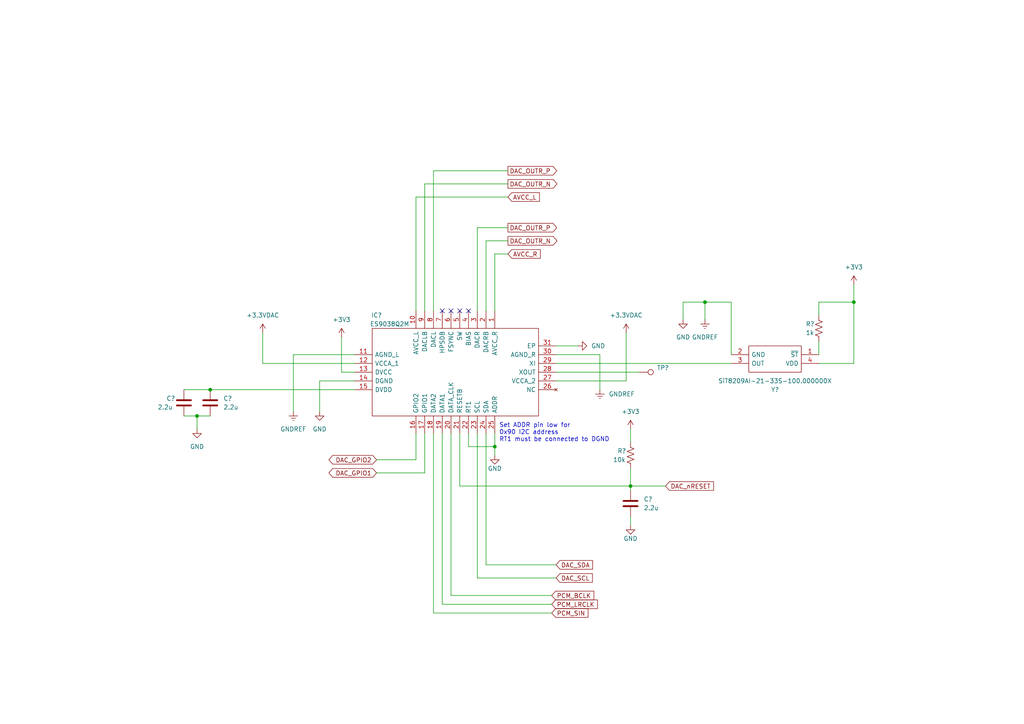
<source format=kicad_sch>
(kicad_sch (version 20211123) (generator eeschema)
  (paper "A4")
  (title_block (title "ES9038Q2M DAC Interface"))
  (lib_symbols
    (symbol "Connector:TestPoint" (pin_numbers hide) (pin_names (offset 0.762) hide)
      (property "Reference" "TP" (at 0 6.858 0))
      (property "Value" "TestPoint" (at 0 5.08 0))
      (symbol "TestPoint_0_1"
        (circle (center 0 3.302) (radius 0.762))
      )
      (symbol "TestPoint_1_1"
        (pin passive line (at 0 0 90) (length 2.54) (name "1") (number "1"))
      )
    )
    (symbol "Device:C" (pin_numbers hide) (pin_names (offset 0.254))
      (property "Reference" "C" (at 0.635 2.54 0))
      (property "Value" "C" (at 0.635 -2.54 0))
      (symbol "C_0_1"
        (polyline (pts (xy -2.032 -0.762) (xy 2.032 -0.762)) (stroke (width 0.508)))
        (polyline (pts (xy -2.032 0.762) (xy 2.032 0.762)) (stroke (width 0.508)))
      )
      (symbol "C_1_1"
        (pin passive line (at 0 3.81 270) (length 2.794) (name "~") (number "1"))
        (pin passive line (at 0 -3.81 90) (length 2.794) (name "~") (number "2"))
      )
    )
    (symbol "Device:R_US" (pin_numbers hide) (pin_names (offset 0))
      (property "Reference" "R" (at 2.54 0 90))
      (property "Value" "R_US" (at -2.54 0 90))
      (symbol "R_US_0_1"
        (polyline (pts (xy 0 -2.286) (xy 0 -2.54)))
        (polyline (pts (xy 0 2.286) (xy 0 2.54)))
        (polyline (pts (xy 0 -0.762) (xy 1.016 -1.143) (xy 0 -1.524) (xy -1.016 -1.905) (xy 0 -2.286)))
        (polyline (pts (xy 0 0.762) (xy 1.016 0.381) (xy 0 0) (xy -1.016 -0.381) (xy 0 -0.762)))
        (polyline (pts (xy 0 2.286) (xy 1.016 1.905) (xy 0 1.524) (xy -1.016 1.143) (xy 0 0.762)))
      )
      (symbol "R_US_1_1"
        (pin passive line (at 0 3.81 270) (length 1.27) (name "~") (number "1"))
        (pin passive line (at 0 -3.81 90) (length 1.27) (name "~") (number "2"))
      )
    )
    (symbol "SamacSys_Parts:ES9038Q2M" (pin_names (offset 0.762))
      (property "Reference" "IC" (at 31.75 17.78 0))
      (property "Value" "ES9038Q2M" (at 31.75 15.24 0))
      (symbol "ES9038Q2M_0_0"
        (pin passive line (at 0 0 0) (length 5.08) (name "AVCC_R") (number "1"))
        (pin passive line (at 0 -22.86 0) (length 5.08) (name "AVCC_L") (number "10"))
        (pin passive line (at 12.7 -40.64 90) (length 5.08) (name "AGND_L") (number "11"))
        (pin passive line (at 15.24 -40.64 90) (length 5.08) (name "VCCA_1") (number "12"))
        (pin passive line (at 17.78 -40.64 90) (length 5.08) (name "DVCC") (number "13"))
        (pin passive line (at 20.32 -40.64 90) (length 5.08) (name "DGND") (number "14"))
        (pin passive line (at 22.86 -40.64 90) (length 5.08) (name "DVDD") (number "15"))
        (pin passive line (at 35.56 -22.86 180) (length 5.08) (name "GPIO2") (number "16"))
        (pin passive line (at 35.56 -20.32 180) (length 5.08) (name "GPIO1") (number "17"))
        (pin passive line (at 35.56 -17.78 180) (length 5.08) (name "DATA2") (number "18"))
        (pin passive line (at 35.56 -15.24 180) (length 5.08) (name "DATA1") (number "19"))
        (pin passive line (at 0 -2.54 0) (length 5.08) (name "DACRB") (number "2"))
        (pin passive line (at 35.56 -12.7 180) (length 5.08) (name "DATA_CLK") (number "20"))
        (pin passive line (at 35.56 -10.16 180) (length 5.08) (name "RESETB") (number "21"))
        (pin passive line (at 35.56 -7.62 180) (length 5.08) (name "RT1") (number "22"))
        (pin passive line (at 35.56 -5.08 180) (length 5.08) (name "SCL") (number "23"))
        (pin passive line (at 35.56 -2.54 180) (length 5.08) (name "SDA") (number "24"))
        (pin passive line (at 35.56 0 180) (length 5.08) (name "ADDR") (number "25"))
        (pin no_connect line (at 22.86 17.78 270) (length 5.08) (name "NC") (number "26"))
        (pin passive line (at 20.32 17.78 270) (length 5.08) (name "VCCA_2") (number "27"))
        (pin passive line (at 17.78 17.78 270) (length 5.08) (name "XOUT") (number "28"))
        (pin passive line (at 15.24 17.78 270) (length 5.08) (name "XI") (number "29"))
        (pin passive line (at 0 -5.08 0) (length 5.08) (name "DACR") (number "3"))
        (pin passive line (at 12.7 17.78 270) (length 5.08) (name "AGND_R") (number "30"))
        (pin passive line (at 10.16 17.78 270) (length 5.08) (name "EP") (number "31"))
        (pin passive line (at 0 -7.62 0) (length 5.08) (name "BIAS") (number "4"))
        (pin passive line (at 0 -10.16 0) (length 5.08) (name "SW") (number "5"))
        (pin passive line (at 0 -12.7 0) (length 5.08) (name "FSYNC") (number "6"))
        (pin passive line (at 0 -15.24 0) (length 5.08) (name "HPSDB") (number "7"))
        (pin passive line (at 0 -17.78 0) (length 5.08) (name "DACL") (number "8"))
        (pin passive line (at 0 -20.32 0) (length 5.08) (name "DACLB") (number "9"))
      )
      (symbol "ES9038Q2M_0_1"
        (polyline (pts (xy 5.08 12.7) (xy 30.48 12.7) (xy 30.48 -35.56) (xy 5.08 -35.56) (xy 5.08 12.7)) (stroke (width 0.1524)))
      )
    )
    (symbol "SamacSys_Parts:SiT8209AI-21-33S-100.000000X" (pin_names (offset 0.762))
      (property "Reference" "Y" (at 21.59 7.62 0))
      (property "Value" "SiT8209AI-21-33S-100.000000X" (at 21.59 5.08 0))
      (symbol "SiT8209AI-21-33S-100.000000X_0_0"
        (pin passive line (at 0 -2.54 0) (length 5.08) (name "~{ST}") (number "1"))
        (pin passive line (at 25.4 -2.54 180) (length 5.08) (name "GND") (number "2"))
        (pin passive line (at 25.4 0 180) (length 5.08) (name "OUT") (number "3"))
        (pin passive line (at 0 0 0) (length 5.08) (name "VDD") (number "4"))
      )
      (symbol "SiT8209AI-21-33S-100.000000X_0_1"
        (polyline (pts (xy 5.08 2.54) (xy 20.32 2.54) (xy 20.32 -5.08) (xy 5.08 -5.08) (xy 5.08 2.54)) (stroke (width 0.1524)))
      )
    )
    (symbol "power:+3.3V" (power) (pin_names (offset 0))
      (property "Value" "+3.3V" (at 0 3.556 0))
      (symbol "+3.3V_0_1"
        (polyline (pts (xy -0.762 1.27) (xy 0 2.54)))
        (polyline (pts (xy 0 0) (xy 0 2.54)))
        (polyline (pts (xy 0 2.54) (xy 0.762 1.27)))
      )
      (symbol "+3.3V_1_1"
        (pin power_in line (at 0 0 90) (length 0) hide (name "+3V3") (number "1"))
      )
    )
    (symbol "power:+3.3VDAC" (power) (pin_names (offset 0))
      (property "Value" "+3.3VDAC" (at 0 2.54 0))
      (symbol "+3.3VDAC_0_0"
        (pin power_in line (at 0 0 90) (length 0) hide (name "+3.3VDAC") (number "1"))
      )
      (symbol "+3.3VDAC_0_1"
        (polyline (pts (xy -0.762 1.27) (xy 0 2.54)))
        (polyline (pts (xy 0 0) (xy 0 2.54)))
        (polyline (pts (xy 0 2.54) (xy 0.762 1.27)))
      )
    )
    (symbol "power:GND" (power) (pin_names (offset 0))
      (property "Value" "GND" (at 0 -3.81 0))
      (symbol "GND_0_1"
        (polyline (pts (xy 0 0) (xy 0 -1.27) (xy 1.27 -1.27) (xy 0 -2.54) (xy -1.27 -1.27) (xy 0 -1.27)))
      )
      (symbol "GND_1_1"
        (pin power_in line (at 0 0 270) (length 0) hide (name "GND") (number "1"))
      )
    )
    (symbol "power:GNDREF" (power) (pin_names (offset 0))
      (property "Value" "GNDREF" (at 0 -3.81 0))
      (symbol "GNDREF_0_1"
        (polyline (pts (xy -0.635 -1.905) (xy 0.635 -1.905)))
        (polyline (pts (xy -0.127 -2.54) (xy 0.127 -2.54)))
        (polyline (pts (xy 0 -1.27) (xy 0 0)))
        (polyline (pts (xy 1.27 -1.27) (xy -1.27 -1.27)))
      )
      (symbol "GNDREF_1_1"
        (pin power_in line (at 0 0 270) (length 0) hide (name "GNDREF") (number "1"))
      )
    )
  )
  (junction (at 60.96 113.03))
  (junction (at 182.88 140.97))
  (junction (at 247.65 87.63))
  (junction (at 204.47 87.63))
  (junction (at 57.15 120.65))
  (junction (at 143.51 129.54))
  (no_connect (at 135.89 90.17))
  (no_connect (at 128.27 90.17))
  (no_connect (at 133.35 90.17))
  (no_connect (at 130.81 90.17))
  (wire (pts (xy 138.43 66.04) (xy 138.43 90.17)))
  (wire (pts (xy 120.65 133.35) (xy 109.22 133.35)))
  (wire (pts (xy 237.49 87.63) (xy 247.65 87.63)))
  (wire (pts (xy 76.2 105.41) (xy 76.2 96.52)))
  (wire (pts (xy 237.49 91.44) (xy 237.49 87.63)))
  (wire (pts (xy 161.29 102.87) (xy 173.99 102.87)))
  (wire (pts (xy 198.12 87.63) (xy 198.12 92.71)))
  (wire (pts (xy 53.34 120.65) (xy 57.15 120.65)))
  (wire (pts (xy 212.09 87.63) (xy 204.47 87.63)))
  (wire (pts (xy 143.51 125.73) (xy 143.51 129.54)))
  (wire (pts (xy 140.97 125.73) (xy 140.97 163.83)))
  (wire (pts (xy 173.99 102.87) (xy 173.99 113.03)))
  (wire (pts (xy 123.19 90.17) (xy 123.19 53.34)))
  (wire (pts (xy 125.73 49.53) (xy 147.32 49.53)))
  (wire (pts (xy 125.73 177.8) (xy 160.02 177.8)))
  (wire (pts (xy 161.29 107.95) (xy 185.42 107.95)))
  (wire (pts (xy 138.43 125.73) (xy 138.43 167.64)))
  (wire (pts (xy 130.81 172.72) (xy 160.02 172.72)))
  (wire (pts (xy 181.61 110.49) (xy 181.61 96.52)))
  (wire (pts (xy 143.51 129.54) (xy 143.51 132.08)))
  (wire (pts (xy 53.34 113.03) (xy 60.96 113.03)))
  (wire (pts (xy 140.97 163.83) (xy 161.29 163.83)))
  (wire (pts (xy 140.97 69.85) (xy 147.32 69.85)))
  (wire (pts (xy 143.51 73.66) (xy 143.51 90.17)))
  (wire (pts (xy 138.43 167.64) (xy 161.29 167.64)))
  (wire (pts (xy 109.22 137.16) (xy 123.19 137.16)))
  (wire (pts (xy 92.71 110.49) (xy 92.71 119.38)))
  (wire (pts (xy 57.15 124.46) (xy 57.15 120.65)))
  (wire (pts (xy 125.73 125.73) (xy 125.73 177.8)))
  (wire (pts (xy 120.65 57.15) (xy 147.32 57.15)))
  (wire (pts (xy 147.32 66.04) (xy 138.43 66.04)))
  (wire (pts (xy 182.88 140.97) (xy 182.88 142.24)))
  (wire (pts (xy 161.29 100.33) (xy 167.64 100.33)))
  (wire (pts (xy 237.49 105.41) (xy 247.65 105.41)))
  (wire (pts (xy 182.88 135.89) (xy 182.88 140.97)))
  (wire (pts (xy 120.65 125.73) (xy 120.65 133.35)))
  (wire (pts (xy 161.29 110.49) (xy 181.61 110.49)))
  (wire (pts (xy 135.89 125.73) (xy 135.89 129.54)))
  (wire (pts (xy 247.65 87.63) (xy 247.65 82.55)))
  (wire (pts (xy 123.19 137.16) (xy 123.19 125.73)))
  (wire (pts (xy 133.35 125.73) (xy 133.35 140.97)))
  (wire (pts (xy 125.73 90.17) (xy 125.73 49.53)))
  (wire (pts (xy 182.88 149.86) (xy 182.88 152.4)))
  (wire (pts (xy 128.27 175.26) (xy 160.02 175.26)))
  (wire (pts (xy 212.09 102.87) (xy 212.09 87.63)))
  (wire (pts (xy 128.27 125.73) (xy 128.27 175.26)))
  (wire (pts (xy 85.09 102.87) (xy 85.09 119.38)))
  (wire (pts (xy 60.96 113.03) (xy 102.87 113.03)))
  (wire (pts (xy 120.65 57.15) (xy 120.65 90.17)))
  (wire (pts (xy 204.47 87.63) (xy 204.47 92.71)))
  (wire (pts (xy 130.81 125.73) (xy 130.81 172.72)))
  (wire (pts (xy 102.87 102.87) (xy 85.09 102.87)))
  (wire (pts (xy 247.65 105.41) (xy 247.65 87.63)))
  (wire (pts (xy 135.89 129.54) (xy 143.51 129.54)))
  (wire (pts (xy 123.19 53.34) (xy 147.32 53.34)))
  (wire (pts (xy 182.88 124.46) (xy 182.88 128.27)))
  (wire (pts (xy 204.47 87.63) (xy 198.12 87.63)))
  (wire (pts (xy 102.87 107.95) (xy 99.06 107.95)))
  (wire (pts (xy 140.97 90.17) (xy 140.97 69.85)))
  (wire (pts (xy 102.87 105.41) (xy 76.2 105.41)))
  (wire (pts (xy 182.88 140.97) (xy 193.04 140.97)))
  (wire (pts (xy 161.29 105.41) (xy 212.09 105.41)))
  (wire (pts (xy 57.15 120.65) (xy 60.96 120.65)))
  (wire (pts (xy 237.49 99.06) (xy 237.49 102.87)))
  (wire (pts (xy 133.35 140.97) (xy 182.88 140.97)))
  (wire (pts (xy 143.51 73.66) (xy 147.32 73.66)))
  (wire (pts (xy 99.06 107.95) (xy 99.06 97.79)))
  (wire (pts (xy 102.87 110.49) (xy 92.71 110.49)))
  (text "Set ADDR pin low for \n0x90 I2C address\nRT1 must be connected to DGND" (at 144.78 128.27 0) (effects (font (size 1.27 1.27)) (justify left bottom)))
  (global_label "DAC_SCL" (shape input) (at 161.29 167.64 0) (property "Intersheet References" "${INTERSHEET_REFS}" (effects hide)))
  (global_label "DAC_GPIO1" (shape bidirectional) (at 109.22 137.16 180) (property "Intersheet References" "${INTERSHEET_REFS}" (effects hide)))
  (global_label "PCM_BCLK" (shape input) (at 160.02 172.72 0) (property "Intersheet References" "${INTERSHEET_REFS}" (effects hide)))
  (global_label "DAC_GPIO2" (shape bidirectional) (at 109.22 133.35 180) (property "Intersheet References" "${INTERSHEET_REFS}" (effects hide)))
  (global_label "PCM_LRCLK" (shape input) (at 160.02 175.26 0) (property "Intersheet References" "${INTERSHEET_REFS}" (effects hide)))
  (global_label "DAC_OUTR_N" (shape output) (at 147.32 53.34 0) (property "Intersheet References" "${INTERSHEET_REFS}" (effects hide)))
  (global_label "DAC_OUTR_P" (shape output) (at 147.32 49.53 0) (property "Intersheet References" "${INTERSHEET_REFS}" (effects hide)))
  (global_label "DAC_OUTR_P" (shape output) (at 147.32 66.04 0) (property "Intersheet References" "${INTERSHEET_REFS}" (effects hide)))
  (global_label "AVCC_L" (shape input) (at 147.32 57.15 0) (property "Intersheet References" "${INTERSHEET_REFS}" (effects hide)))
  (global_label "AVCC_R" (shape input) (at 147.32 73.66 0) (property "Intersheet References" "${INTERSHEET_REFS}" (effects hide)))
  (global_label "DAC_nRESET" (shape input) (at 193.04 140.97 0) (property "Intersheet References" "${INTERSHEET_REFS}" (effects hide)))
  (global_label "DAC_SDA" (shape input) (at 161.29 163.83 0) (property "Intersheet References" "${INTERSHEET_REFS}" (effects hide)))
  (global_label "DAC_OUTR_N" (shape output) (at 147.32 69.85 0) (property "Intersheet References" "${INTERSHEET_REFS}" (effects hide)))
  (global_label "PCM_SIN" (shape input) (at 160.02 177.8 0) (property "Intersheet References" "${INTERSHEET_REFS}" (effects hide)))
  (symbol (lib_id "SamacSys_Parts:SiT8209AI-21-33S-100.000000X") (at 237.49 105.41 180) (unit 1)
    (property "Reference" "Y?" (at 224.79 113.03 0))
    (property "Value" "SiT8209AI-21-33S-100.000000X" (at 224.79 110.49 0))
    (property "Footprint" "SiT8209AI2133S100000000X" (effects hide))
    (property "Datasheet" "https://www.sitime.com/datasheet/SiT8209" (effects hide))
    (property "Description" "Standard Clock Oscillators 100MHz 3.3V 20ppm -40C +85C" (effects hide))
    (property "Height" "0.8" (effects hide))
    (property "Manufacturer_Name" "SiTime" (effects hide))
    (property "Manufacturer_Part_Number" "SiT8209AI-21-33S-100.000000X" (effects hide))
    (property "Mouser Part Number" "788-8209AI2133S-100X" (effects hide))
    (property "Mouser Price/Stock" "https://www.mouser.co.uk/ProductDetail/SiTime/SiT8209AI-21-33S-100000000X/?qs=dMZC7um9hO%2FCCeAXYgl5Tw%3D%3D" (effects hide))
  )
  (symbol (lib_id "power:GND") (at 198.12 92.71 0) (unit 1)
    (property "Reference" "#PWR?" (effects hide))
    (property "Value" "GND" (at 198.12 97.79 0))
  )
  (symbol (lib_id "power:+3.3V") (at 99.06 97.79 0) (unit 1)
    (property "Reference" "#PWR?" (effects hide))
    (property "Value" "+3.3V" (at 99.06 92.71 0))
  )
  (symbol (lib_id "power:+3.3V") (at 247.65 82.55 0) (unit 1)
    (property "Reference" "#PWR?" (effects hide))
    (property "Value" "+3.3V" (at 247.65 77.47 0))
  )
  (symbol (lib_id "Device:C") (at 182.88 146.05 0) (unit 1)
    (property "Reference" "C?" (at 186.69 144.7799 0) (effects (justify left)))
    (property "Value" "2.2u" (at 186.69 147.3199 0) (effects (justify left)))
  )
  (symbol (lib_id "power:GND") (at 57.15 124.46 0) (unit 1)
    (property "Reference" "#PWR?" (effects hide))
    (property "Value" "GND" (at 57.15 129.54 0))
  )
  (symbol (lib_id "power:GND") (at 92.71 119.38 0) (unit 1)
    (property "Reference" "#PWR?" (effects hide))
    (property "Value" "GND" (at 92.71 124.46 0))
  )
  (symbol (lib_id "power:+3.3V") (at 182.88 124.46 0) (unit 1)
    (property "Reference" "#PWR?" (effects hide))
    (property "Value" "+3.3V" (at 182.88 119.38 0))
  )
  (symbol (lib_id "power:GNDREF") (at 204.47 92.71 0) (unit 1)
    (property "Reference" "#PWR?" (effects hide))
    (property "Value" "GNDREF" (at 204.47 97.79 0))
  )
  (symbol (lib_id "Device:R_US") (at 182.88 132.08 0) (unit 1)
    (property "Reference" "R?" (at 179.07 130.81 0) (effects (justify left)))
    (property "Value" "10k" (at 177.8 133.35 0) (effects (justify left)))
  )
  (symbol (lib_id "power:+3.3VDAC") (at 76.2 96.52 0) (unit 1)
    (property "Reference" "#PWR?" (effects hide))
    (property "Value" "+3.3VDAC" (at 76.2 91.44 0))
  )
  (symbol (lib_id "power:GND") (at 182.88 152.4 0) (unit 1)
    (property "Reference" "#PWR?" (effects hide))
    (property "Value" "GND" (at 182.88 156.21 0))
  )
  (symbol (lib_id "power:GNDREF") (at 85.09 119.38 0) (unit 1)
    (property "Reference" "#PWR?" (effects hide))
    (property "Value" "GNDREF" (at 81.28 124.46 0) (effects (justify left)))
  )
  (symbol (lib_id "Device:C") (at 53.34 116.84 0) (unit 1)
    (property "Reference" "C?" (at 48.26 115.57 0) (effects (justify left)))
    (property "Value" "2.2u" (at 45.72 118.11 0) (effects (justify left)))
  )
  (symbol (lib_id "Connector:TestPoint") (at 185.42 107.95 270) (unit 1)
    (property "Reference" "TP?" (at 190.5 106.6799 90) (effects (justify left)))
    (property "Value" "TestPoint" (effects hide))
  )
  (symbol (lib_id "power:GND") (at 143.51 132.08 0) (unit 1)
    (property "Reference" "#PWR?" (effects hide))
    (property "Value" "GND" (at 143.51 135.89 0))
  )
  (symbol (lib_id "power:GNDREF") (at 173.99 113.03 0) (unit 1)
    (property "Reference" "#PWR?" (effects hide))
    (property "Value" "GNDREF" (at 176.53 114.2999 0) (effects (justify left)))
  )
  (symbol (lib_id "power:+3.3VDAC") (at 181.61 96.52 0) (unit 1)
    (property "Reference" "#PWR?" (effects hide))
    (property "Value" "+3.3VDAC" (at 181.61 91.44 0))
  )
  (symbol (lib_id "Device:C") (at 60.96 116.84 0) (unit 1)
    (property "Reference" "C?" (at 64.77 115.5699 0) (effects (justify left)))
    (property "Value" "2.2u" (at 64.77 118.1099 0) (effects (justify left)))
  )
  (symbol (lib_id "SamacSys_Parts:ES9038Q2M") (at 143.51 90.17 270) (unit 1)
    (property "Reference" "IC?" (at 109.22 91.44 90))
    (property "Value" "ES9038Q2M" (at 113.03 93.98 90))
    (property "Footprint" "QFN40P300X500X80-31N-D" (effects hide))
    (property "Description" "Digital to Analog Converters - DAC Sabre 32 Reference Stereo low power audiophile DAC w/DOP" (effects hide))
    (property "Height" "0.8" (effects hide))
    (property "Manufacturer_Name" "ESS Technology" (effects hide))
    (property "Manufacturer_Part_Number" "ES9038Q2M" (effects hide))
    (property "Mouser Part Number" "460-ES9038Q2M" (effects hide))
    (property "Mouser Price/Stock" "https://www.mouser.co.uk/ProductDetail/ESS-Technology/ES9038Q2M?qs=sPbYRqrBIVmdeUedURuuOw%3D%3D" (effects hide))
  )
  (symbol (lib_id "Device:R_US") (at 237.49 95.25 0) (unit 1)
    (property "Reference" "R?" (at 233.68 93.98 0) (effects (justify left)))
    (property "Value" "1k" (at 233.68 96.52 0) (effects (justify left)))
  )
  (symbol (lib_id "power:GND") (at 167.64 100.33 90) (unit 1)
    (property "Reference" "#PWR?" (effects hide))
    (property "Value" "GND" (at 171.45 100.3299 90) (effects (justify right)))
  )
)
</source>
